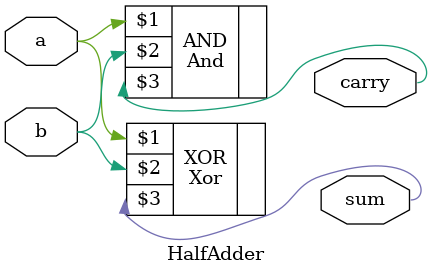
<source format=v>
/**
 * Computes the sum of two bits.
 */

`default_nettype none
module HalfAdder(
    input a,        //1-bit input
    input b,        //1-bit inpur
    output sum,     //Right bit of a + b
    output carry    //Lef bit of a + b
);

    // Put your code here:
    Xor XOR(a, b, sum);
    And AND(a, b, carry);
endmodule

</source>
